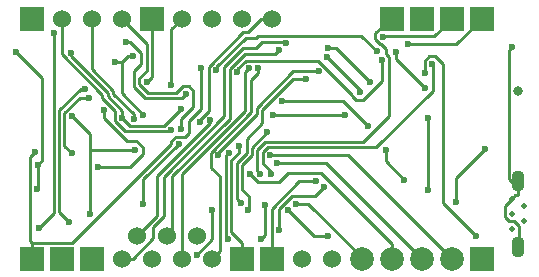
<source format=gbr>
G04 #@! TF.FileFunction,Copper,L2,Bot,Signal*
%FSLAX46Y46*%
G04 Gerber Fmt 4.6, Leading zero omitted, Abs format (unit mm)*
G04 Created by KiCad (PCBNEW 4.0.6) date 07/20/17 15:58:59*
%MOMM*%
%LPD*%
G01*
G04 APERTURE LIST*
%ADD10C,0.100000*%
%ADD11R,2.000000X2.000000*%
%ADD12R,1.998980X1.998980*%
%ADD13R,2.000000X1.998980*%
%ADD14C,1.998980*%
%ADD15C,1.524000*%
%ADD16C,0.800000*%
%ADD17O,1.100000X1.800000*%
%ADD18C,0.500000*%
%ADD19C,0.600000*%
%ADD20C,0.250000*%
G04 APERTURE END LIST*
D10*
D11*
X158750000Y-93980000D03*
X191770000Y-93980000D03*
X163830000Y-73660000D03*
D12*
X156210000Y-93980000D03*
D13*
X153670000Y-93980000D03*
D11*
X189230000Y-73660000D03*
X191770000Y-73660000D03*
X184150000Y-73660000D03*
X186690000Y-73660000D03*
D14*
X189230000Y-93980000D03*
X186690000Y-93980000D03*
X184150000Y-93980000D03*
X181610000Y-93980000D03*
D15*
X176530000Y-93980000D03*
D11*
X173990000Y-93980000D03*
X171450000Y-93980000D03*
D15*
X162560000Y-92075000D03*
X161290000Y-93980000D03*
X165100000Y-92075000D03*
X166370000Y-93980000D03*
X167640000Y-92075000D03*
X168910000Y-93980000D03*
X163830000Y-93980000D03*
X173990000Y-73660000D03*
X168910000Y-73660000D03*
X179070000Y-93980000D03*
X161290000Y-73660000D03*
X166370000Y-73660000D03*
X171450000Y-73660000D03*
X156210000Y-73660000D03*
X158750000Y-73660000D03*
D16*
X194818000Y-79756000D03*
D11*
X153670000Y-73660000D03*
D17*
X194818000Y-92964000D03*
X194818000Y-87376000D03*
D18*
X195326000Y-90805000D03*
X195326000Y-89535000D03*
X194310000Y-88900000D03*
X194310000Y-90170000D03*
X194310000Y-91440000D03*
D19*
X182119700Y-82769600D03*
X174842000Y-80656700D03*
X194310000Y-76095900D03*
X154135900Y-88064500D03*
X154194700Y-86020300D03*
X152382700Y-76520000D03*
X181459800Y-79870800D03*
X178700800Y-76929700D03*
X180246300Y-81792600D03*
X174126400Y-81804100D03*
X185183200Y-87294800D03*
X183642300Y-84768900D03*
X157114300Y-85075200D03*
X158567100Y-80400800D03*
X159313200Y-86255900D03*
X159774100Y-81409500D03*
X173389100Y-89450600D03*
X173071400Y-92333700D03*
X170268400Y-92333700D03*
X170362700Y-85000300D03*
X166129300Y-84280000D03*
X163139500Y-89394700D03*
X156866100Y-90868400D03*
X158225500Y-79601700D03*
X161681000Y-75627300D03*
X166751400Y-80031400D03*
X157120000Y-81919100D03*
X177962800Y-78122200D03*
X169478200Y-85247800D03*
X162458900Y-84800000D03*
X158618300Y-90236300D03*
X166329800Y-81282100D03*
X157021000Y-76533700D03*
X161361900Y-82110500D03*
X160737800Y-77371800D03*
X162280400Y-76850000D03*
X163141500Y-81800000D03*
X176887300Y-78800000D03*
X171378400Y-89275600D03*
X186940200Y-78294200D03*
X191292200Y-92048200D03*
X178807000Y-92048200D03*
X175413800Y-89875000D03*
X175191200Y-75742900D03*
X167640000Y-93662600D03*
X168943100Y-89874800D03*
X171994000Y-89899200D03*
X173619300Y-83300000D03*
X178434500Y-87893800D03*
X174620000Y-91556600D03*
X172857500Y-77869300D03*
X153920700Y-84993400D03*
X168023700Y-77874700D03*
X167954500Y-82383000D03*
X165489700Y-79300000D03*
X172057100Y-77871300D03*
X174585400Y-76325000D03*
X162300000Y-82140600D03*
X165480300Y-83125000D03*
X166303200Y-83029300D03*
X183422400Y-75193500D03*
X169322100Y-78039500D03*
X182924400Y-76444200D03*
X185538900Y-75793800D03*
X173045400Y-86790400D03*
X173969300Y-86846600D03*
X187575800Y-77470300D03*
X173875900Y-85224600D03*
X174409400Y-85862300D03*
X172132900Y-86786900D03*
X176020500Y-89346300D03*
X168816200Y-82230100D03*
X177781200Y-87409000D03*
X171247900Y-84447600D03*
X178744600Y-76129300D03*
X182353600Y-79008500D03*
X187225600Y-82055400D03*
X187210000Y-88199900D03*
X171092700Y-78198800D03*
X183304600Y-77196000D03*
X184507600Y-76514100D03*
X186961900Y-79530600D03*
X163464800Y-78989900D03*
X155570100Y-74837900D03*
X154313000Y-91350400D03*
X192017800Y-84729200D03*
X189579400Y-89154000D03*
D20*
X180006800Y-80656700D02*
X174842000Y-80656700D01*
X182119700Y-82769600D02*
X180006800Y-80656700D01*
X194608700Y-88601300D02*
X194310000Y-88900000D01*
X194818000Y-88601300D02*
X194608700Y-88601300D01*
X194937500Y-92844500D02*
X194818000Y-92964000D01*
X194937500Y-91230100D02*
X194937500Y-92844500D01*
X194512400Y-90805000D02*
X194937500Y-91230100D01*
X194085900Y-90805000D02*
X194512400Y-90805000D01*
X193713700Y-90432800D02*
X194085900Y-90805000D01*
X193713700Y-89496300D02*
X193713700Y-90432800D01*
X194310000Y-88900000D02*
X193713700Y-89496300D01*
X194818000Y-87376000D02*
X194818000Y-87988600D01*
X194818000Y-87988600D02*
X194818000Y-88601300D01*
X194063300Y-76342600D02*
X194310000Y-76095900D01*
X194063300Y-87233900D02*
X194063300Y-76342600D01*
X194818000Y-87988600D02*
X194063300Y-87233900D01*
X154194700Y-88005700D02*
X154135900Y-88064500D01*
X154194700Y-86020300D02*
X154194700Y-88005700D01*
X154569700Y-85645300D02*
X154194700Y-86020300D01*
X154569700Y-78707000D02*
X154569700Y-85645300D01*
X152382700Y-76520000D02*
X154569700Y-78707000D01*
X181459800Y-79688700D02*
X178700800Y-76929700D01*
X181459800Y-79870800D02*
X181459800Y-79688700D01*
X183642300Y-85753900D02*
X183642300Y-84768900D01*
X185183200Y-87294800D02*
X183642300Y-85753900D01*
X174137900Y-81792600D02*
X174126400Y-81804100D01*
X180246300Y-81792600D02*
X174137900Y-81792600D01*
X157744700Y-80400800D02*
X158567100Y-80400800D01*
X156452300Y-81693200D02*
X157744700Y-80400800D01*
X156452300Y-84413200D02*
X156452300Y-81693200D01*
X157114300Y-85075200D02*
X156452300Y-84413200D01*
X159774100Y-82043900D02*
X159774100Y-81409500D01*
X161727200Y-83997000D02*
X159774100Y-82043900D01*
X162540500Y-83997000D02*
X161727200Y-83997000D01*
X163115100Y-84571600D02*
X162540500Y-83997000D01*
X163115100Y-85122000D02*
X163115100Y-84571600D01*
X161981200Y-86255900D02*
X163115100Y-85122000D01*
X159313200Y-86255900D02*
X161981200Y-86255900D01*
X173389100Y-92016000D02*
X173389100Y-89450600D01*
X173071400Y-92333700D02*
X173389100Y-92016000D01*
X170115100Y-85247900D02*
X170362700Y-85000300D01*
X170115100Y-92180400D02*
X170115100Y-85247900D01*
X170268400Y-92333700D02*
X170115100Y-92180400D01*
X157827400Y-79601700D02*
X158225500Y-79601700D01*
X156002000Y-81427100D02*
X157827400Y-79601700D01*
X156002000Y-90004300D02*
X156002000Y-81427100D01*
X156866100Y-90868400D02*
X156002000Y-90004300D01*
X163139500Y-87269800D02*
X163139500Y-89394700D01*
X166129300Y-84280000D02*
X163139500Y-87269800D01*
X161991200Y-75627300D02*
X161681000Y-75627300D01*
X162948400Y-76584500D02*
X161991200Y-75627300D01*
X162948400Y-77512700D02*
X162948400Y-76584500D01*
X162335500Y-78125600D02*
X162948400Y-77512700D01*
X162335500Y-79473400D02*
X162335500Y-78125600D01*
X163271200Y-80409100D02*
X162335500Y-79473400D01*
X166373700Y-80409100D02*
X163271200Y-80409100D01*
X166751400Y-80031400D02*
X166373700Y-80409100D01*
X175834500Y-78122200D02*
X177962800Y-78122200D01*
X172725700Y-81231000D02*
X175834500Y-78122200D01*
X172725700Y-81752800D02*
X172725700Y-81231000D01*
X169478200Y-85000300D02*
X172725700Y-81752800D01*
X169478200Y-85247800D02*
X169478200Y-85000300D01*
X158618300Y-84800000D02*
X158618300Y-90236300D01*
X158618300Y-83417400D02*
X158618300Y-84800000D01*
X157120000Y-81919100D02*
X158618300Y-83417400D01*
X158618300Y-84800000D02*
X162458900Y-84800000D01*
X162017300Y-82765900D02*
X161361900Y-82110500D01*
X164846000Y-82765900D02*
X162017300Y-82765900D01*
X166329800Y-81282100D02*
X164846000Y-82765900D01*
X157021000Y-76852900D02*
X157021000Y-76533700D01*
X160123200Y-79955100D02*
X157021000Y-76852900D01*
X160123200Y-80211200D02*
X160123200Y-79955100D01*
X161361900Y-81449900D02*
X160123200Y-80211200D01*
X161361900Y-82110500D02*
X161361900Y-81449900D01*
X160737800Y-77371800D02*
X161285800Y-77371800D01*
X161807600Y-76850000D02*
X162280400Y-76850000D01*
X161285800Y-77371800D02*
X161807600Y-76850000D01*
X186940200Y-77221600D02*
X186940200Y-78294200D01*
X187339100Y-76822700D02*
X186940200Y-77221600D01*
X187856800Y-76822700D02*
X187339100Y-76822700D01*
X188506800Y-77472700D02*
X187856800Y-76822700D01*
X188506800Y-89262800D02*
X188506800Y-77472700D01*
X191292200Y-92048200D02*
X188506800Y-89262800D01*
X161285800Y-79944300D02*
X163141500Y-81800000D01*
X161285800Y-77371800D02*
X161285800Y-79944300D01*
X177587000Y-92048200D02*
X178807000Y-92048200D01*
X175413800Y-89875000D02*
X177587000Y-92048200D01*
X175802100Y-78800000D02*
X176887300Y-78800000D01*
X173176000Y-81426100D02*
X175802100Y-78800000D01*
X173176000Y-82513700D02*
X173176000Y-81426100D01*
X171873200Y-83816500D02*
X173176000Y-82513700D01*
X171873200Y-85011100D02*
X171873200Y-83816500D01*
X171025700Y-85858600D02*
X171873200Y-85011100D01*
X171025700Y-88922900D02*
X171025700Y-85858600D01*
X171378400Y-89275600D02*
X171025700Y-88922900D01*
X162242500Y-93980000D02*
X161290000Y-93980000D01*
X163989400Y-92233100D02*
X162242500Y-93980000D01*
X163989400Y-91282500D02*
X163989400Y-92233100D01*
X164874900Y-90397000D02*
X163989400Y-91282500D01*
X164874900Y-87055900D02*
X164874900Y-90397000D01*
X169993000Y-81937800D02*
X164874900Y-87055900D01*
X169993000Y-77777000D02*
X169993000Y-81937800D01*
X171582700Y-76187300D02*
X169993000Y-77777000D01*
X172642100Y-76187300D02*
X171582700Y-76187300D01*
X173153300Y-75676100D02*
X172642100Y-76187300D01*
X175124400Y-75676100D02*
X173153300Y-75676100D01*
X175191200Y-75742900D02*
X175124400Y-75676100D01*
X172323500Y-84595800D02*
X173619300Y-83300000D01*
X172323500Y-85197700D02*
X172323500Y-84595800D01*
X171504800Y-86016400D02*
X172323500Y-85197700D01*
X171504800Y-88136400D02*
X171504800Y-86016400D01*
X172040700Y-88672300D02*
X171504800Y-88136400D01*
X172040700Y-89852500D02*
X172040700Y-88672300D01*
X171994000Y-89899200D02*
X172040700Y-89852500D01*
X168943100Y-92359500D02*
X167640000Y-93662600D01*
X168943100Y-89874800D02*
X168943100Y-92359500D01*
X174620000Y-89761400D02*
X174620000Y-91556600D01*
X175716500Y-88664900D02*
X174620000Y-89761400D01*
X177663400Y-88664900D02*
X175716500Y-88664900D01*
X178434500Y-87893800D02*
X177663400Y-88664900D01*
X172857500Y-78307900D02*
X172857500Y-77869300D01*
X172275400Y-78890000D02*
X172857500Y-78307900D01*
X172275400Y-81566100D02*
X172275400Y-78890000D01*
X168835100Y-85006400D02*
X172275400Y-81566100D01*
X168835100Y-86270000D02*
X168835100Y-85006400D01*
X169593200Y-87028100D02*
X168835100Y-86270000D01*
X169593200Y-93296800D02*
X169593200Y-87028100D01*
X168910000Y-93980000D02*
X169593200Y-93296800D01*
X153670000Y-93980000D02*
X153670000Y-92655200D01*
X153493900Y-92479100D02*
X153670000Y-92655200D01*
X153493900Y-85420200D02*
X153493900Y-92479100D01*
X153920700Y-84993400D02*
X153493900Y-85420200D01*
X168023700Y-81321700D02*
X168023700Y-77874700D01*
X166973200Y-82372200D02*
X168023700Y-81321700D01*
X166973200Y-83330000D02*
X166973200Y-82372200D01*
X166648500Y-83654700D02*
X166973200Y-83330000D01*
X165870300Y-83654700D02*
X166648500Y-83654700D01*
X165504000Y-84021000D02*
X165870300Y-83654700D01*
X165504000Y-84253600D02*
X165504000Y-84021000D01*
X157102400Y-92655200D02*
X165504000Y-84253600D01*
X153670000Y-92655200D02*
X157102400Y-92655200D01*
X167954500Y-82207500D02*
X167954500Y-82383000D01*
X168649000Y-81513000D02*
X167954500Y-82207500D01*
X168649100Y-81513000D02*
X168649000Y-81513000D01*
X168649100Y-77749700D02*
X168649100Y-81513000D01*
X171562400Y-74836400D02*
X168649100Y-77749700D01*
X171957800Y-74836400D02*
X171562400Y-74836400D01*
X173134200Y-73660000D02*
X171957800Y-74836400D01*
X173990000Y-73660000D02*
X173134200Y-73660000D01*
X165489700Y-74540300D02*
X165489700Y-79300000D01*
X166370000Y-73660000D02*
X165489700Y-74540300D01*
X171718000Y-78210400D02*
X172057100Y-77871300D01*
X171718000Y-81486600D02*
X171718000Y-78210400D01*
X166370000Y-86834600D02*
X171718000Y-81486600D01*
X166370000Y-93980000D02*
X166370000Y-86834600D01*
X174272800Y-76637600D02*
X174585400Y-76325000D01*
X171769300Y-76637600D02*
X174272800Y-76637600D01*
X170443300Y-77963600D02*
X171769300Y-76637600D01*
X170443300Y-82124400D02*
X170443300Y-77963600D01*
X165550300Y-87017400D02*
X170443300Y-82124400D01*
X165550300Y-91624700D02*
X165550300Y-87017400D01*
X165100000Y-92075000D02*
X165550300Y-91624700D01*
X158750000Y-77945000D02*
X158750000Y-73660000D01*
X160573500Y-79768500D02*
X158750000Y-77945000D01*
X160573500Y-80024600D02*
X160573500Y-79768500D01*
X162300000Y-81751100D02*
X160573500Y-80024600D01*
X162300000Y-82140600D02*
X162300000Y-81751100D01*
X156210000Y-76678800D02*
X156210000Y-73660000D01*
X159672900Y-80141700D02*
X156210000Y-76678800D01*
X159672900Y-80397800D02*
X159672900Y-80141700D01*
X160736600Y-81461500D02*
X159672900Y-80397800D01*
X160736600Y-82369500D02*
X160736600Y-81461500D01*
X161583300Y-83216200D02*
X160736600Y-82369500D01*
X165389100Y-83216200D02*
X161583300Y-83216200D01*
X165480300Y-83125000D02*
X165389100Y-83216200D01*
X163436000Y-75806000D02*
X161290000Y-73660000D01*
X163436000Y-78078600D02*
X163436000Y-75806000D01*
X162785800Y-78728800D02*
X163436000Y-78078600D01*
X162785800Y-79204600D02*
X162785800Y-78728800D01*
X163529400Y-79948200D02*
X162785800Y-79204600D01*
X165911800Y-79948200D02*
X163529400Y-79948200D01*
X166491100Y-79368900D02*
X165911800Y-79948200D01*
X166989300Y-79368900D02*
X166491100Y-79368900D01*
X167376800Y-79756400D02*
X166989300Y-79368900D01*
X167376800Y-81119500D02*
X167376800Y-79756400D01*
X166303300Y-82193000D02*
X167376800Y-81119500D01*
X166303200Y-82193000D02*
X166303300Y-82193000D01*
X166303200Y-83029300D02*
X166303200Y-82193000D01*
X183458500Y-75157400D02*
X183422400Y-75193500D01*
X187732600Y-75157400D02*
X183458500Y-75157400D01*
X189230000Y-73660000D02*
X187732600Y-75157400D01*
X189636200Y-75793800D02*
X185538900Y-75793800D01*
X191770000Y-73660000D02*
X189636200Y-75793800D01*
X181591900Y-75111700D02*
X182924400Y-76444200D01*
X172832800Y-75111700D02*
X181591900Y-75111700D01*
X172657800Y-75286700D02*
X172832800Y-75111700D01*
X171830500Y-75286700D02*
X172657800Y-75286700D01*
X169322100Y-77795100D02*
X171830500Y-75286700D01*
X169322100Y-78039500D02*
X169322100Y-77795100D01*
X172773800Y-86518800D02*
X173045400Y-86790400D01*
X172773800Y-84798800D02*
X172773800Y-86518800D01*
X173459600Y-84113000D02*
X172773800Y-84798800D01*
X181692400Y-84113000D02*
X173459600Y-84113000D01*
X183935000Y-81870400D02*
X181692400Y-84113000D01*
X183935000Y-76941900D02*
X183935000Y-81870400D01*
X183671200Y-76678100D02*
X183935000Y-76941900D01*
X183671200Y-76248200D02*
X183671200Y-76678100D01*
X183241800Y-75818800D02*
X183671200Y-76248200D01*
X183163400Y-75818800D02*
X183241800Y-75818800D01*
X182754400Y-75409800D02*
X183163400Y-75818800D01*
X182754400Y-74916000D02*
X182754400Y-75409800D01*
X184010400Y-73660000D02*
X182754400Y-74916000D01*
X184150000Y-73660000D02*
X184010400Y-73660000D01*
X187655100Y-77549600D02*
X187575800Y-77470300D01*
X187655100Y-79750800D02*
X187655100Y-77549600D01*
X182842500Y-84563400D02*
X187655100Y-79750800D01*
X173646100Y-84563400D02*
X182842500Y-84563400D01*
X173224100Y-84985400D02*
X173646100Y-84563400D01*
X173224100Y-85911900D02*
X173224100Y-84985400D01*
X173969300Y-86657100D02*
X173224100Y-85911900D01*
X173969300Y-86846600D02*
X173969300Y-86657100D01*
X180474600Y-85224600D02*
X189230000Y-93980000D01*
X173875900Y-85224600D02*
X180474600Y-85224600D01*
X178572300Y-85862300D02*
X174409400Y-85862300D01*
X186690000Y-93980000D02*
X178572300Y-85862300D01*
X172817900Y-87471900D02*
X172132900Y-86786900D01*
X174610400Y-87471900D02*
X172817900Y-87471900D01*
X175344300Y-86738000D02*
X174610400Y-87471900D01*
X178180600Y-86738000D02*
X175344300Y-86738000D01*
X184150000Y-92707400D02*
X178180600Y-86738000D01*
X184150000Y-93980000D02*
X184150000Y-92707400D01*
X177112100Y-89346300D02*
X176020500Y-89346300D01*
X181610000Y-93844200D02*
X177112100Y-89346300D01*
X181610000Y-93980000D02*
X181610000Y-93844200D01*
X164291200Y-90343800D02*
X162560000Y-92075000D01*
X164291200Y-87002700D02*
X164291200Y-90343800D01*
X168816200Y-82477700D02*
X164291200Y-87002700D01*
X168816200Y-82230100D02*
X168816200Y-82477700D01*
X173990000Y-93980000D02*
X173990000Y-92654700D01*
X177781200Y-87409100D02*
X177781200Y-87409000D01*
X176328900Y-87409100D02*
X177781200Y-87409100D01*
X173990000Y-89748000D02*
X176328900Y-87409100D01*
X173990000Y-92654700D02*
X173990000Y-89748000D01*
X171450000Y-93980000D02*
X171450000Y-92654700D01*
X171247900Y-84999500D02*
X171247900Y-84447600D01*
X170575400Y-85672000D02*
X171247900Y-84999500D01*
X170575400Y-91756300D02*
X170575400Y-85672000D01*
X171450000Y-92630900D02*
X170575400Y-91756300D01*
X171450000Y-92654700D02*
X171450000Y-92630900D01*
X187225600Y-88184300D02*
X187225600Y-82055400D01*
X187210000Y-88199900D02*
X187225600Y-88184300D01*
X179474400Y-76129300D02*
X178744600Y-76129300D01*
X182353600Y-79008500D02*
X179474400Y-76129300D01*
X183304600Y-78955800D02*
X183304600Y-77196000D01*
X181700900Y-80559500D02*
X183304600Y-78955800D01*
X181158800Y-80559500D02*
X181700900Y-80559500D01*
X180831800Y-80232500D02*
X181158800Y-80559500D01*
X180831800Y-80101300D02*
X180831800Y-80232500D01*
X177955400Y-77224900D02*
X180831800Y-80101300D01*
X171818900Y-77224900D02*
X177955400Y-77224900D01*
X171092700Y-77951100D02*
X171818900Y-77224900D01*
X171092700Y-78198800D02*
X171092700Y-77951100D01*
X184507600Y-77076300D02*
X184507600Y-76514100D01*
X186961900Y-79530600D02*
X184507600Y-77076300D01*
X163886300Y-73716300D02*
X163830000Y-73660000D01*
X163886300Y-78568400D02*
X163886300Y-73716300D01*
X163464800Y-78989900D02*
X163886300Y-78568400D01*
X155551700Y-90111700D02*
X154313000Y-91350400D01*
X155551700Y-74856300D02*
X155551700Y-90111700D01*
X155570100Y-74837900D02*
X155551700Y-74856300D01*
X189579400Y-87167600D02*
X192017800Y-84729200D01*
X189579400Y-89154000D02*
X189579400Y-87167600D01*
M02*

</source>
